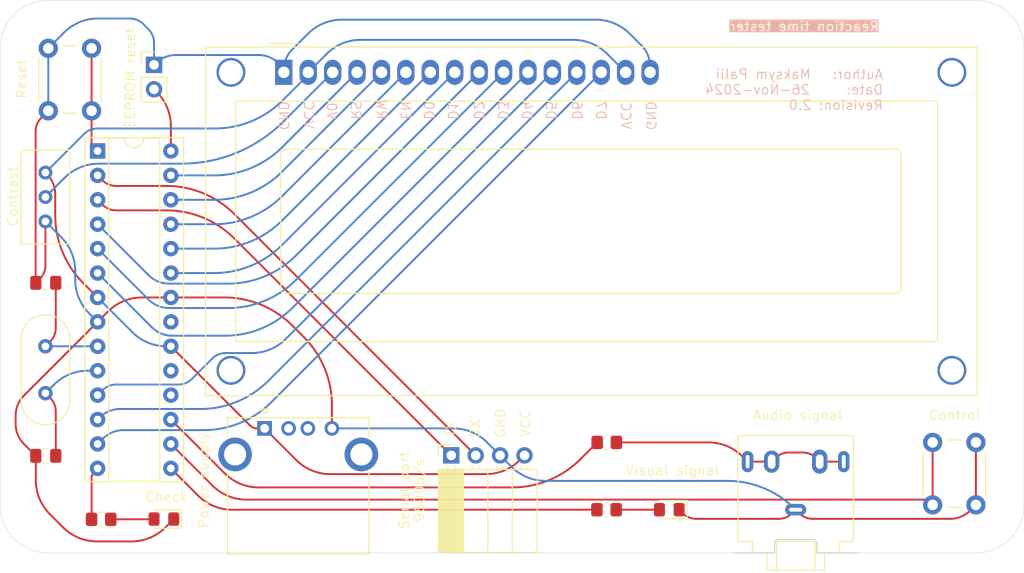
<source format=kicad_pcb>
(kicad_pcb (version 20240108) (generator "pcbnew") (generator_version "8.0")
  (title_block (title "Reaction time tester") (date "2024-11-26") (rev "2.0"))
  (layers (0 "F.Cu" signal) (31 "B.Cu" signal) (34 "B.Paste" user) (35 "F.Paste" user) (36 "B.SilkS" user "B.Silkscreen") (37 "F.SilkS" user "F.Silkscreen") (38 "B.Mask" user) (39 "F.Mask" user) (44 "Edge.Cuts" user))
  (net 0 "")
  (net 1 "XTAL1")
  (net 2 "GND")
  (net 3 "XTAL2")
  (net 4 "Net-(D1-A)")
  (net 5 "Net-(D2-A)")
  (net 6 "LCD_RW")
  (net 7 "V0")
  (net 8 "LCD_PD3")
  (net 9 "LCD_PD6")
  (net 10 "LCD_EN")
  (net 11 "LCD_RS")
  (net 12 "LCD_PD7")
  (net 13 "LCD_PD2")
  (net 14 "VCC")
  (net 15 "LCD_PD4")
  (net 16 "LCD_PD0")
  (net 17 "LCD_PD5")
  (net 18 "LCD_PD1")
  (net 23 "EEPROM_RESET")
  (net 24 "UART_TX")
  (net 25 "UART_RX")
  (net 26 "Net-(J4-PadR)")
  (net 27 "CHECK")
  (net 28 "LED")
  (net 29 "SOUND")
  (net 30 "BUTTON")
  (net 31 "RESET")
  (footprint "Capacitor_SMD:C_0805_2012Metric_Pad1.18x1.45mm_HandSolder" (layer "F.Cu") (at 54.4596 79.65 180)
    (property "Reference" "C2" (hide yes))
    (property "Value" "22pF" (hide yes))
    (fp_line (start -0.261252 0.735) (end 0.261252 0.735) (stroke (width 0.12)) (layer "F.SilkS"))
    (fp_line (start -0.261252 -0.735) (end 0.261252 -0.735) (stroke (width 0.12)) (layer "F.SilkS"))
    (pad "1" smd roundrect (at -1.0375 0 180) (size 1.175 1.45) (layers "F.Cu" "F.Paste" "F.Mask") (roundrect_rratio 0.212766) (net 3 "XTAL2"))
    (pad "2" smd roundrect (at 1.0375 0 180) (size 1.175 1.45) (layers "F.Cu" "F.Paste" "F.Mask") (roundrect_rratio 0.212766) (net 2 "GND"))
  )
  (footprint "Connector_USB:USB_A_CONNFLY_DS1095-WNR0" (layer "F.Cu") (at 77.2221 76.79)
    (property "Reference" "J1" (hide yes))
    (property "Value" "USB_A" (hide yes))
    (fp_line (start -3.86 -1.12) (end -3.86 0.86) (stroke (width 0.12)) (layer "F.SilkS"))
    (fp_line (start -3.86 -1.12) (end 10.86 -1.12) (stroke (width 0.12)) (layer "F.SilkS"))
    (fp_line (start -3.86 4.56) (end -3.86 13.1) (stroke (width 0.12)) (layer "F.SilkS"))
    (fp_line (start -3.86 13.1) (end 10.86 13.1) (stroke (width 0.12)) (layer "F.SilkS"))
    (fp_line (start -0.5 -2) (end 0 -1.5) (stroke (width 0.12)) (layer "F.SilkS"))
    (fp_line (start 0 -1.5) (end 0.5 -2) (stroke (width 0.12)) (layer "F.SilkS"))
    (fp_line (start 0.5 -2) (end -0.5 -2) (stroke (width 0.12)) (layer "F.SilkS"))
    (fp_line (start 10.86 0.86) (end 10.86 -1.12) (stroke (width 0.12)) (layer "F.SilkS"))
    (fp_line (start 10.86 4.56) (end 10.86 13.1) (stroke (width 0.12)) (layer "F.SilkS"))
    (pad "1" thru_hole rect (at 0 0) (size 1.524 1.524) (drill 0.92) (layers "*.Cu" "*.Mask") (net 14 "VCC"))
    (pad "2" thru_hole circle (at 2.5 0) (size 1.524 1.524) (drill 0.92) (layers "*.Cu" "*.Mask"))
    (pad "3" thru_hole circle (at 4.5 0) (size 1.524 1.524) (drill 0.92) (layers "*.Cu" "*.Mask"))
    (pad "4" thru_hole circle (at 7 0) (size 1.524 1.524) (drill 0.92) (layers "*.Cu" "*.Mask") (net 2 "GND"))
    (pad "5" thru_hole circle (at -3.07 2.71) (size 3.5 3.5) (drill 2.3) (layers "*.Cu" "*.Mask"))
    (pad "5" thru_hole circle (at 10.07 2.71) (size 3.5 3.5) (drill 2.3) (layers "*.Cu" "*.Mask"))
  )
  (footprint "Button_Switch_THT:SW_PUSH_6mm_H5mm" (layer "F.Cu") (at 54.7221 43.75 90)
    (property "Reference" "SW2" (hide yes))
    (property "Value" "SW_Push" (hide yes))
    (fp_line (start 5.5 -1) (end 1 -1) (stroke (width 0.12)) (layer "F.SilkS"))
    (fp_line (start -0.25 1.5) (end -0.25 3) (stroke (width 0.12)) (layer "F.SilkS"))
    (fp_line (start 6.75 3) (end 6.75 1.5) (stroke (width 0.12)) (layer "F.SilkS"))
    (fp_line (start 1 5.5) (end 5.5 5.5) (stroke (width 0.12)) (layer "F.SilkS"))
    (pad "1" thru_hole circle (at 0 0 180) (size 2 2) (drill 1.1) (layers "*.Cu" "*.Mask") (net 2 "GND"))
    (pad "1" thru_hole circle (at 6.5 0 180) (size 2 2) (drill 1.1) (layers "*.Cu" "*.Mask") (net 2 "GND"))
    (pad "2" thru_hole circle (at 0 4.5 180) (size 2 2) (drill 1.1) (layers "*.Cu" "*.Mask") (net 31 "RESET"))
    (pad "2" thru_hole circle (at 6.5 4.5 180) (size 2 2) (drill 1.1) (layers "*.Cu" "*.Mask") (net 31 "RESET"))
  )
  (footprint "LED_SMD:LED_0805_2012Metric_Pad1.15x1.40mm_HandSolder" (layer "F.Cu") (at 119.3221 85.25 180)
    (property "Reference" "D2" (hide yes))
    (property "Value" "LED" (hide yes))
    (fp_line (start 1 -0.96) (end -1.86 -0.96) (stroke (width 0.12)) (layer "F.SilkS"))
    (fp_line (start -1.86 0.96) (end 1 0.96) (stroke (width 0.12)) (layer "F.SilkS"))
    (fp_line (start -1.86 -0.96) (end -1.86 0.96) (stroke (width 0.12)) (layer "F.SilkS"))
    (pad "1" smd roundrect (at -1.025 0 180) (size 1.15 1.4) (layers "F.Cu" "F.Paste" "F.Mask") (roundrect_rratio 0.217391) (net 2 "GND"))
    (pad "2" smd roundrect (at 1.025 0 180) (size 1.15 1.4) (layers "F.Cu" "F.Paste" "F.Mask") (roundrect_rratio 0.217391) (net 5 "Net-(D2-A)"))
  )
  (footprint "Connector_PinHeader_2.54mm:PinHeader_1x02_P2.54mm_Vertical" (layer "F.Cu") (at 65.7221 38.975)
    (property "Reference" "J2" (hide yes))
    (property "Value" "Conn_01x02_Pin" (hide yes))
    (fp_line (start -1.33 -1.33) (end 0 -1.33) (stroke (width 0.12)) (layer "F.SilkS"))
    (fp_line (start -1.33 0) (end -1.33 -1.33) (stroke (width 0.12)) (layer "F.SilkS"))
    (fp_line (start -1.33 1.27) (end -1.33 3.87) (stroke (width 0.12)) (layer "F.SilkS"))
    (fp_line (start -1.33 1.27) (end 1.33 1.27) (stroke (width 0.12)) (layer "F.SilkS"))
    (fp_line (start -1.33 3.87) (end 1.33 3.87) (stroke (width 0.12)) (layer "F.SilkS"))
    (fp_line (start 1.33 1.27) (end 1.33 3.87) (stroke (width 0.12)) (layer "F.SilkS"))
    (pad "1" thru_hole rect (at 0 0) (size 1.7 1.7) (drill 1) (layers "*.Cu" "*.Mask") (net 2 "GND"))
    (pad "2" thru_hole oval (at 0 2.54) (size 1.7 1.7) (drill 1) (layers "*.Cu" "*.Mask") (net 23 "EEPROM_RESET"))
  )
  (footprint "Resistor_SMD:R_0805_2012Metric_Pad1.20x1.40mm_HandSolder" (layer "F.Cu") (at 60.2221 86.25 180)
    (property "Reference" "R1" (hide yes))
    (property "Value" "300R" (hide yes))
    (fp_line (start -0.227064 0.735) (end 0.227064 0.735) (stroke (width 0.12)) (layer "F.SilkS"))
    (fp_line (start -0.227064 -0.735) (end 0.227064 -0.735) (stroke (width 0.12)) (layer "F.SilkS"))
    (pad "1" smd roundrect (at -1 0 180) (size 1.2 1.4) (layers "F.Cu" "F.Paste" "F.Mask") (roundrect_rratio 0.208333) (net 4 "Net-(D1-A)"))
    (pad "2" smd roundrect (at 1 0 180) (size 1.2 1.4) (layers "F.Cu" "F.Paste" "F.Mask") (roundrect_rratio 0.208333) (net 27 "CHECK"))
  )
  (footprint "Capacitor_SMD:C_0805_2012Metric_Pad1.18x1.45mm_HandSolder" (layer "F.Cu") (at 54.4596 61.65 180)
    (property "Reference" "C1" (hide yes))
    (property "Value" "22pF" (hide yes))
    (fp_line (start -0.261252 0.735) (end 0.261252 0.735) (stroke (width 0.12)) (layer "F.SilkS"))
    (fp_line (start -0.261252 -0.735) (end 0.261252 -0.735) (stroke (width 0.12)) (layer "F.SilkS"))
    (pad "1" smd roundrect (at -1.0375 0 180) (size 1.175 1.45) (layers "F.Cu" "F.Paste" "F.Mask") (roundrect_rratio 0.212766) (net 1 "XTAL1"))
    (pad "2" smd roundrect (at 1.0375 0 180) (size 1.175 1.45) (layers "F.Cu" "F.Paste" "F.Mask") (roundrect_rratio 0.212766) (net 2 "GND"))
  )
  (footprint "Connector_Audio:Jack_3.5mm_CUI_SJ1-3525N_Horizontal" (layer "F.Cu") (at 132.4721 85.25)
    (property "Reference" "J4" (hide yes))
    (property "Value" "AudioJack3_SwitchTR" (hide yes))
    (fp_line (start -6 -7.7) (end 6 -7.7) (stroke (width 0.12)) (layer "F.SilkS"))
    (fp_line (start -6 3.3) (end -6 -7.7) (stroke (width 0.12)) (layer "F.SilkS"))
    (fp_line (start -4.5 3.3) (end -6 3.3) (stroke (width 0.12)) (layer "F.SilkS"))
    (fp_line (start -4.5 4.5) (end -4.5 3.3) (stroke (width 0.12)) (layer "F.SilkS"))
    (fp_line (start -3 4.5) (end -4.5 4.5) (stroke (width 0.12)) (layer "F.SilkS"))
    (fp_line (start -3 6.3) (end -3 4.5) (stroke (width 0.12)) (layer "F.SilkS"))
    (fp_line (start -2 3.3) (end -2 6.3) (stroke (width 0.12)) (layer "F.SilkS"))
    (fp_line (start 2 3.3) (end -2 3.3) (stroke (width 0.12)) (layer "F.SilkS"))
    (fp_line (start 2 6.3) (end 2 3.3) (stroke (width 0.12)) (layer "F.SilkS"))
    (fp_line (start 3 4.5) (end 3 6.3) (stroke (width 0.12)) (layer "F.SilkS"))
    (fp_line (start 3 6.3) (end -3 6.3) (stroke (width 0.12)) (layer "F.SilkS"))
    (fp_line (start 4.5 3.3) (end 4.5 4.5) (stroke (width 0.12)) (layer "F.SilkS"))
    (fp_line (start 4.5 4.5) (end 3 4.5) (stroke (width 0.12)) (layer "F.SilkS"))
    (fp_line (start 6 -7.7) (end 6 3.3) (stroke (width 0.12)) (layer "F.SilkS"))
    (fp_line (start 6 3.3) (end 4.5 3.3) (stroke (width 0.12)) (layer "F.SilkS"))
    (fp_line (start -2.2 3.5) (end -2.2 4.5) (stroke (width 0.12)) (layer "Edge.Cuts"))
    (fp_line (start -2.2 4.5) (end -6.5 4.5) (stroke (width 0.12)) (layer "Edge.Cuts"))
    (fp_line (start 1.8 3.1) (end -1.8 3.1) (stroke (width 0.12)) (layer "Edge.Cuts"))
    (fp_line (start 2.2 3.5) (end 2.2 4.5) (stroke (width 0.12)) (layer "Edge.Cuts"))
    (fp_line (start 2.2 4.5) (end 6.5 4.5) (stroke (width 0.12)) (layer "Edge.Cuts"))
    (fp_arc (start -2.2 3.5) (mid -2.082842 3.217158) (end -1.8 3.1) (stroke (width 0.12)) (layer "Edge.Cuts"))
    (fp_arc (start 1.8 3.1) (mid 2.082843 3.217157) (end 2.2 3.5) (stroke (width 0.12)) (layer "Edge.Cuts"))
    (pad "" np_thru_hole circle (at -5 0) (size 1.2 1.2) (drill 1.2) (layers "F&B.Cu" "*.Mask"))
    (pad "" np_thru_hole circle (at -5 2.5) (size 1.2 1.2) (drill 1.2) (layers "F&B.Cu" "*.Mask"))
    (pad "" np_thru_hole circle (at 0 -5) (size 1.2 1.2) (drill 1.2) (layers "F&B.Cu" "*.Mask"))
    (pad "" np_thru_hole circle (at 5 0) (size 1.2 1.2) (drill 1.2) (layers "F&B.Cu" "*.Mask"))
    (pad "" np_thru_hole circle (at 5 2.5) (size 1.2 1.2) (drill 1.2) (layers "F&B.Cu" "*.Mask"))
    (pad "R" thru_hole oval (at -5 -5) (size 1.2 2.2) (drill oval 0.4 1.4) (layers "*.Cu" "*.Mask") (net 26 "Net-(J4-PadR)"))
    (pad "RN" thru_hole oval (at -2.5 -5) (size 1.6 2.3) (drill oval 0.8 1.5) (layers "*.Cu" "*.Mask") (net 26 "Net-(J4-PadR)"))
    (pad "S" thru_hole oval (at 0 0) (size 2.2 1.2) (drill oval 1.4 0.4) (layers "*.Cu" "*.Mask") (net 2 "GND"))
    (pad "T" thru_hole oval (at 5 -5 180) (size 1.2 2.2) (drill oval 0.4 1.4) (layers "*.Cu" "*.Mask") (net 26 "Net-(J4-PadR)"))
    (pad "TN" thru_hole oval (at 2.5 -5 180) (size 1.6 2.5) (drill oval 0.8 1.5) (layers "*.Cu" "*.Mask") (net 26 "Net-(J4-PadR)"))
  )
  (footprint "Connector_PinSocket_2.54mm:PinSocket_1x04_P2.54mm_Horizontal" (layer "F.Cu") (at 96.6421 79.6 90)
    (property "Reference" "J3" (hide yes))
    (property "Value" "Conn_01x04_Socket" (hide yes))
    (fp_line (start 1.11 -1.33) (end 1.11 0) (stroke (width 0.12)) (layer "F.SilkS"))
    (fp_line (start 0 -1.33) (end 1.11 -1.33) (stroke (width 0.12)) (layer "F.SilkS"))
    (fp_line (start -1.46 -1.33) (end -1.46 8.95) (stroke (width 0.12)) (layer "F.SilkS"))
    (fp_line (start -10.09 -1.33) (end -1.46 -1.33) (stroke (width 0.12)) (layer "F.SilkS"))
    (fp_line (start -10.09 -1.33) (end -10.09 8.95) (stroke (width 0.12)) (layer "F.SilkS"))
    (fp_line (start -10.09 -1.21) (end -1.46 -1.21) (stroke (width 0.12)) (layer "F.SilkS"))
    (fp_line (start -10.09 -1.091905) (end -1.46 -1.091905) (stroke (width 0.12)) (layer "F.SilkS"))
    (fp_line (start -10.09 -0.97381) (end -1.46 -0.97381) (stroke (width 0.12)) (layer "F.SilkS"))
    (fp_line (start -10.09 -0.855715) (end -1.46 -0.855715) (stroke (width 0.12)) (layer "F.SilkS"))
    (fp_line (start -10.09 -0.73762) (end -1.46 -0.73762) (stroke (width 0.12)) (layer "F.SilkS"))
    (fp_line (start -10.09 -0.619525) (end -1.46 -0.619525) (stroke (width 0.12)) (layer "F.SilkS"))
    (fp_line (start -10.09 -0.50143) (end -1.46 -0.50143) (stroke (width 0.12)) (layer "F.SilkS"))
    (fp_line (start -10.09 -0.383335) (end -1.46 -0.383335) (stroke (width 0.12)) (layer "F.SilkS"))
    (fp_line (start -1.46 -0.36) (end -1.11 -0.36) (stroke (width 0.12)) (layer "F.SilkS"))
    (fp_line (start -10.09 -0.26524) (end -1.46 -0.26524) (stroke (width 0.12)) (layer "F.SilkS"))
    (fp_line (start -10.09 -0.147145) (end -1.46 -0.147145) (stroke (width 0.12)) (layer "F.SilkS"))
    (fp_line (start -10.09 -0.02905) (end -1.46 -0.02905) (stroke (width 0.12)) (layer "F.SilkS"))
    (fp_line (start -10.09 0.089045) (end -1.46 0.089045) (stroke (width 0.12)) (layer "F.SilkS"))
    (fp_line (start -10.09 0.20714) (end -1.46 0.20714) (stroke (width 0.12)) (layer "F.SilkS"))
    (fp_line (start -10.09 0.325235) (end -1.46 0.325235) (stroke (width 0.12)) (layer "F.SilkS"))
    (fp_line (start -1.46 0.36) (end -1.11 0.36) (stroke (width 0.12)) (layer "F.SilkS"))
    (fp_line (start -10.09 0.44333) (end -1.46 0.44333) (stroke (width 0.12)) (layer "F.SilkS"))
    (fp_line (start -10.09 0.561425) (end -1.46 0.561425) (stroke (width 0.12)) (layer "F.SilkS"))
    (fp_line (start -10.09 0.67952) (end -1.46 0.67952) (stroke (width 0.12)) (layer "F.SilkS"))
    (fp_line (start -10.09 0.797615) (end -1.46 0.797615) (stroke (width 0.12)) (layer "F.SilkS"))
    (fp_line (start -10.09 0.91571) (end -1.46 0.91571) (stroke (width 0.12)) (layer "F.SilkS"))
    (fp_line (start -10.09 1.033805) (end -1.46 1.033805) (stroke (width 0.12)) (layer "F.SilkS"))
    (fp_line (start -10.09 1.1519) (end -1.46 1.1519) (stroke (width 0.12)) (layer "F.SilkS"))
    (fp_line (start -10.09 1.27) (end -1.46 1.27) (stroke (width 0.12)) (layer "F.SilkS"))
    (fp_line (start -1.46 2.18) (end -1.05 2.18) (stroke (width 0.12)) (layer "F.SilkS"))
    (fp_line (start -1.46 2.9) (end -1.05 2.9) (stroke (width 0.12)) (layer "F.SilkS"))
    (fp_line (start -10.09 3.81) (end -1.46 3.81) (stroke (width 0.12)) (layer "F.SilkS"))
    (fp_line (start -1.46 4.72) (end -1.05 4.72) (stroke (width 0.12)) (layer "F.SilkS"))
    (fp_line (start -1.46 5.44) (end -1.05 5.44) (stroke (width 0.12)) (layer "F.SilkS"))
    (fp_line (start -10.09 6.35) (end -1.46 6.35) (stroke (width 0.12)) (layer "F.SilkS"))
    (fp_line (start -1.46 7.26) (end -1.05 7.26) (stroke (width 0.12)) (layer "F.SilkS"))
    (fp_line (start -1.46 7.98) (end -1.05 7.98) (stroke (width 0.12)) (layer "F.SilkS"))
    (fp_line (start -10.09 8.95) (end -1.46 8.95) (stroke (width 0.12)) (layer "F.SilkS"))
    (pad "1" thru_hole rect (at 0 0 90) (size 1.7 1.7) (drill 1) (layers "*.Cu" "*.Mask") (net 24 "UART_TX"))
    (pad "2" thru_hole oval (at 0 2.54 90) (size 1.7 1.7) (drill 1) (layers "*.Cu" "*.Mask") (net 25 "UART_RX"))
    (pad "3" thru_hole oval (at 0 5.08 90) (size 1.7 1.7) (drill 1) (layers "*.Cu" "*.Mask") (net 2 "GND"))
    (pad "4" thru_hole oval (at 0 7.62 90) (size 1.7 1.7) (drill 1) (layers "*.Cu" "*.Mask") (net 14 "VCC"))
  )
  (footprint "LED_SMD:LED_0805_2012Metric_Pad1.15x1.40mm_HandSolder" (layer "F.Cu") (at 66.7471 86.225 180)
    (property "Reference" "D1" (hide yes))
    (property "Value" "LED" (hide yes))
    (fp_line (start 1 -0.96) (end -1.86 -0.96) (stroke (width 0.12)) (layer "F.SilkS"))
    (fp_line (start -1.86 0.96) (end 1 0.96) (stroke (width 0.12)) (layer "F.SilkS"))
    (fp_line (start -1.86 -0.96) (end -1.86 0.96) (stroke (width 0.12)) (layer "F.SilkS"))
    (pad "1" smd roundrect (at -1.025 0 180) (size 1.15 1.4) (layers "F.Cu" "F.Paste" "F.Mask") (roundrect_rratio 0.217391) (net 2 "GND"))
    (pad "2" smd roundrect (at 1.025 0 180) (size 1.15 1.4) (layers "F.Cu" "F.Paste" "F.Mask") (roundrect_rratio 0.217391) (net 4 "Net-(D1-A)"))
  )
  (footprint "Button_Switch_THT:SW_PUSH_6mm_H5mm" (layer "F.Cu") (at 151.2221 78.25 -90)
    (property "Reference" "SW1" (hide yes))
    (property "Value" "SW_Push" (hide yes))
    (fp_line (start 1 5.5) (end 5.5 5.5) (stroke (width 0.12)) (layer "F.SilkS"))
    (fp_line (start 6.75 3) (end 6.75 1.5) (stroke (width 0.12)) (layer "F.SilkS"))
    (fp_line (start -0.25 1.5) (end -0.25 3) (stroke (width 0.12)) (layer "F.SilkS"))
    (fp_line (start 5.5 -1) (end 1 -1) (stroke (width 0.12)) (layer "F.SilkS"))
    (pad "1" thru_hole circle (at 0 0) (size 2 2) (drill 1.1) (layers "*.Cu" "*.Mask") (net 2 "GND"))
    (pad "1" thru_hole circle (at 6.5 0) (size 2 2) (drill 1.1) (layers "*.Cu" "*.Mask") (net 2 "GND"))
    (pad "2" thru_hole circle (at 0 4.5) (size 2 2) (drill 1.1) (layers "*.Cu" "*.Mask") (net 30 "BUTTON"))
    (pad "2" thru_hole circle (at 6.5 4.5) (size 2 2) (drill 1.1) (layers "*.Cu" "*.Mask") (net 30 "BUTTON"))
  )
  (footprint "Package_DIP:DIP-28_W7.62mm_Socket" (layer "F.Cu") (at 59.8521 47.93)
    (property "Reference" "U1" (hide yes))
    (property "Value" "ATmega328P-P" (hide yes))
    (fp_line (start -1.33 -1.39) (end -1.33 34.41) (stroke (width 0.12)) (layer "F.SilkS"))
    (fp_line (start -1.33 34.41) (end 8.95 34.41) (stroke (width 0.12)) (layer "F.SilkS"))
    (fp_line (start 1.16 -1.33) (end 1.16 34.35) (stroke (width 0.12)) (layer "F.SilkS"))
    (fp_line (start 1.16 34.35) (end 6.46 34.35) (stroke (width 0.12)) (layer "F.SilkS"))
    (fp_line (start 2.81 -1.33) (end 1.16 -1.33) (stroke (width 0.12)) (layer "F.SilkS"))
    (fp_line (start 6.46 -1.33) (end 4.81 -1.33) (stroke (width 0.12)) (layer "F.SilkS"))
    (fp_line (start 6.46 34.35) (end 6.46 -1.33) (stroke (width 0.12)) (layer "F.SilkS"))
    (fp_line (start 8.95 -1.39) (end -1.33 -1.39) (stroke (width 0.12)) (layer "F.SilkS"))
    (fp_line (start 8.95 34.41) (end 8.95 -1.39) (stroke (width 0.12)) (layer "F.SilkS"))
    (fp_arc (start 4.81 -1.33) (mid 3.81 -0.33) (end 2.81 -1.33) (stroke (width 0.12)) (layer "F.SilkS"))
    (pad "1" thru_hole rect (at 0 0) (size 1.6 1.6) (drill 0.8) (layers "*.Cu" "*.Mask") (net 31 "RESET"))
    (pad "2" thru_hole oval (at 0 2.54) (size 1.6 1.6) (drill 0.8) (layers "*.Cu" "*.Mask") (net 25 "UART_RX"))
    (pad "3" thru_hole oval (at 0 5.08) (size 1.6 1.6) (drill 0.8) (layers "*.Cu" "*.Mask") (net 24 "UART_TX"))
    (pad "4" thru_hole oval (at 0 7.62) (size 1.6 1.6) (drill 0.8) (layers "*.Cu" "*.Mask") (net 13 "LCD_PD2"))
    (pad "5" thru_hole oval (at 0 10.16) (size 1.6 1.6) (drill 0.8) (layers "*.Cu" "*.Mask") (net 8 "LCD_PD3"))
    (pad "6" thru_hole oval (at 0 12.7) (size 1.6 1.6) (drill 0.8) (layers "*.Cu" "*.Mask") (net 15 "LCD_PD4"))
    (pad "7" thru_hole oval (at 0 15.24) (size 1.6 1.6) (drill 0.8) (layers "*.Cu" "*.Mask") (net 14 "VCC"))
    (pad "8" thru_hole oval (at 0 17.78) (size 1.6 1.6) (drill 0.8) (layers "*.Cu" "*.Mask") (net 2 "GND"))
    (pad "9" thru_hole oval (at 0 20.32) (size 1.6 1.6) (drill 0.8) (layers "*.Cu" "*.Mask") (net 1 "XTAL1"))
    (pad "10" thru_hole oval (at 0 22.86) (size 1.6 1.6) (drill 0.8) (layers "*.Cu" "*.Mask") (net 3 "XTAL2"))
    (pad "11" thru_hole oval (at 0 25.4) (size 1.6 1.6) (drill 0.8) (layers "*.Cu" "*.Mask") (net 17 "LCD_PD5"))
    (pad "12" thru_hole oval (at 0 27.94) (size 1.6 1.6) (drill 0.8) (layers "*.Cu" "*.Mask") (net 9 "LCD_PD6"))
    (pad "13" thru_hole oval (at 0 30.48) (size 1.6 1.6) (drill 0.8) (layers "*.Cu" "*.Mask") (net 12 "LCD_PD7"))
    (pad "14" thru_hole oval (at 0 33.02) (size 1.6 1.6) (drill 0.8) (layers "*.Cu" "*.Mask") (net 27 "CHECK"))
    (pad "15" thru_hole oval (at 7.62 33.02) (size 1.6 1.6) (drill 0.8) (layers "*.Cu" "*.Mask") (net 28 "LED"))
    (pad "16" thru_hole oval (at 7.62 30.48) (size 1.6 1.6) (drill 0.8) (layers "*.Cu" "*.Mask") (net 30 "BUTTON"))
    (pad "17" thru_hole oval (at 7.62 27.94) (size 1.6 1.6) (drill 0.8) (layers "*.Cu" "*.Mask") (net 29 "SOUND"))
    (pad "18" thru_hole oval (at 7.62 25.4) (size 1.6 1.6) (drill 0.8) (layers "*.Cu" "*.Mask"))
    (pad "19" thru_hole oval (at 7.62 22.86) (size 1.6 1.6) (drill 0.8) (layers "*.Cu" "*.Mask"))
    (pad "20" thru_hole oval (at 7.62 20.32) (size 1.6 1.6) (drill 0.8) (layers "*.Cu" "*.Mask") (net 14 "VCC"))
    (pad "21" thru_hole oval (at 7.62 17.78) (size 1.6 1.6) (drill 0.8) (layers "*.Cu" "*.Mask"))
    (pad "22" thru_hole oval (at 7.62 15.24) (size 1.6 1.6) (drill 0.8) (layers "*.Cu" "*.Mask") (net 2 "GND"))
    (pad "23" thru_hole oval (at 7.62 12.7) (size 1.6 1.6) (drill 0.8) (layers "*.Cu" "*.Mask") (net 18 "LCD_PD1"))
    (pad "24" thru_hole oval (at 7.62 10.16) (size 1.6 1.6) (drill 0.8) (layers "*.Cu" "*.Mask") (net 16 "LCD_PD0"))
    (pad "25" thru_hole oval (at 7.62 7.62) (size 1.6 1.6) (drill 0.8) (layers "*.Cu" "*.Mask") (net 10 "LCD_EN"))
    (pad "26" thru_hole oval (at 7.62 5.08) (size 1.6 1.6) (drill 0.8) (layers "*.Cu" "*.Mask") (net 6 "LCD_RW"))
    (pad "27" thru_hole oval (at 7.62 2.54) (size 1.6 1.6) (drill 0.8) (layers "*.Cu" "*.Mask") (net 11 "LCD_RS"))
    (pad "28" thru_hole oval (at 7.62 0) (size 1.6 1.6) (drill 0.8) (layers "*.Cu" "*.Mask") (net 23 "EEPROM_RESET"))
  )
  (footprint "Display:WC1602A" (layer "F.Cu") (at 79.2221 39.75)
    (property "Reference" "DS1" (hide yes))
    (property "Value" "WC1602A" (hide yes))
    (fp_line (start -8.14 -2.64) (end -8.14 33.64) (stroke (width 0.12)) (layer "F.SilkS"))
    (fp_line (start -8.14 33.64) (end 72.14 33.64) (stroke (width 0.12)) (layer "F.SilkS"))
    (fp_line (start -8.13 -2.64) (end -7.34 -2.64) (stroke (width 0.12)) (layer "F.SilkS"))
    (fp_line (start -5 3) (end 68 3) (stroke (width 0.12)) (layer "F.SilkS"))
    (fp_line (start -5 28) (end -5 3) (stroke (width 0.12)) (layer "F.SilkS"))
    (fp_line (start -1.5 -3) (end 1.5 -3) (stroke (width 0.12)) (layer "F.SilkS"))
    (fp_line (start -0.29972 22.49932) (end -0.29972 8.5) (stroke (width 0.12)) (layer "F.SilkS"))
    (fp_line (start 0.2 8) (end 63.7 8) (stroke (width 0.12)) (layer "F.SilkS"))
    (fp_line (start 63.70066 23) (end 0.2 23) (stroke (width 0.12)) (layer "F.SilkS"))
    (fp_line (start 64.2 8.5) (end 64.2 22.5) (stroke (width 0.12)) (layer "F.SilkS"))
    (fp_line (start 68 3) (end 68 28) (stroke (width 0.12)) (layer "F.SilkS"))
    (fp_line (start 68 28) (end -5 28) (stroke (width 0.12)) (layer "F.SilkS"))
    (fp_line (start 72.14 -2.64) (end -7.34 -2.64) (stroke (width 0.12)) (layer "F.SilkS"))
    (fp_line (start 72.14 33.64) (end 72.14 -2.64) (stroke (width 0.12)) (layer "F.SilkS"))
    (fp_arc (start -0.29972 8.49884) (mid -0.153162 8.145018) (end 0.20066 7.99846) (stroke (width 0.12)) (layer "F.SilkS"))
    (fp_arc (start 0.20066 22.9997) (mid -0.153162 22.853142) (end -0.29972 22.49932) (stroke (width 0.12)) (layer "F.SilkS"))
    (fp_arc (start 63.7 8) (mid 64.053553 8.146447) (end 64.2 8.5) (stroke (width 0.12)) (layer "F.SilkS"))
    (fp_arc (start 64.20104 22.49932) (mid 64.054473 22.853115) (end 63.70066 22.9997) (stroke (width 0.12)) (layer "F.SilkS"))
    (pad "" thru_hole circle (at -5.4991 0) (size 3 3) (drill 2.5) (layers "*.Cu" "*.Mask"))
    (pad "" thru_hole circle (at -5.4991 31.0007) (size 3 3) (drill 2.5) (layers "*.Cu" "*.Mask"))
    (pad "" thru_hole circle (at 69.49948 31.0007) (size 3 3) (drill 2.5) (layers "*.Cu" "*.Mask"))
    (pad "" thru_hole circle (at 69.5 0) (size 3 3) (drill 2.5) (layers "*.Cu" "*.Mask"))
    (pad "1" thru_hole rect (at 0 0) (size 1.8 2.6) (drill 1.2) (layers "*.Cu" "*.Mask") (net 2 "GND"))
    (pad "2" thru_hole oval (at 2.54 0) (size 1.8 2.6) (drill 1.2) (layers "*.Cu" "*.Mask") (net 14 "VCC"))
    (pad "3" thru_hole oval (at 5.08 0) (size 1.8 2.6) (drill 1.2) (layers "*.Cu" "*.Mask") (net 7 "V0"))
    (pad "4" thru_hole oval (at 7.62 0) (size 1.8 2.6) (drill 1.2) (layers "*.Cu" "*.Mask") (net 11 "LCD_RS"))
    (pad "5" thru_hole oval (at 10.16 0) (size 1.8 2.6) (drill 1.2) (layers "*.Cu" "*.Mask") (net 6 "LCD_RW"))
    (pad "6" thru_hole oval (at 12.7 0) (size 1.8 2.6) (drill 1.2) (layers "*.Cu" "*.Mask") (net 10 "LCD_EN"))
    (pad "7" thru_hole oval (at 15.24 0) (size 1.8 2.6) (drill 1.2) (layers "*.Cu" "*.Mask") (net 16 "LCD_PD0"))
    (pad "8" thru_hole oval (at 17.78 0) (size 1.8 2.6) (drill 1.2) (layers "*.Cu" "*.Mask") (net 18 "LCD_PD1"))
    (pad "9" thru_hole oval (at 20.32 0) (size 1.8 2.6) (drill 1.2) (layers "*.Cu" "*.Mask") (net 13 "LCD_PD2"))
    (pad "10" thru_hole oval (at 22.86 0) (size 1.8 2.6) (drill 1.2) (layers "*.Cu" "*.Mask") (net 8 "LCD_PD3"))
    (pad "11" thru_hole oval (at 25.4 0) (size 1.8 2.6) (drill 1.2) (layers "*.Cu" "*.Mask") (net 15 "LCD_PD4"))
    (pad "12" thru_hole oval (at 27.94 0) (size 1.8 2.6) (drill 1.2) (layers "*.Cu" "*.Mask") (net 17 "LCD_PD5"))
    (pad "13" thru_hole oval (at 30.48 0) (size 1.8 2.6) (drill 1.2) (layers "*.Cu" "*.Mask") (net 9 "LCD_PD6"))
    (pad "14" thru_hole oval (at 33.02 0) (size 1.8 2.6) (drill 1.2) (layers "*.Cu" "*.Mask") (net 12 "LCD_PD7"))
    (pad "15" thru_hole oval (at 35.56 0) (size 1.8 2.6) (drill 1.2) (layers "*.Cu" "*.Mask") (net 14 "VCC"))
    (pad "16" thru_hole oval (at 38.1 0) (size 1.8 2.6) (drill 1.2) (layers "*.Cu" "*.Mask") (net 2 "GND"))
  )
  (footprint "Potentiometer_THT:Potentiometer_Bourns_3296W_Vertical" (layer "F.Cu") (at 54.4221 50.18 90)
    (property "Reference" "RV1" (hide yes))
    (property "Value" "R_Potentiometer" (hide yes))
    (fp_line (start 2.345 -2.53) (end 2.345 2.54) (stroke (width 0.12)) (layer "F.SilkS"))
    (fp_line (start -7.425 -2.53) (end 2.345 -2.53) (stroke (width 0.12)) (layer "F.SilkS"))
    (fp_line (start -7.425 -2.53) (end -7.425 2.54) (stroke (width 0.12)) (layer "F.SilkS"))
    (fp_line (start -7.425 2.54) (end 2.345 2.54) (stroke (width 0.12)) (layer "F.SilkS"))
    (pad "1" thru_hole circle (at 0 0 90) (size 1.44 1.44) (drill 0.8) (layers "*.Cu" "*.Mask") (net 14 "VCC"))
    (pad "2" thru_hole circle (at -2.54 0 90) (size 1.44 1.44) (drill 0.8) (layers "*.Cu" "*.Mask") (net 7 "V0"))
    (pad "3" thru_hole circle (at -5.08 0 90) (size 1.44 1.44) (drill 0.8) (layers "*.Cu" "*.Mask") (net 2 "GND"))
  )
  (footprint "Crystal:Crystal_HC49-4H_Vertical" (layer "F.Cu") (at 54.4221 68.25 -90)
    (property "Reference" "Y1" (hide yes))
    (property "Value" "16MHz" (hide yes))
    (fp_line (start -0.76 2.525) (end 5.64 2.525) (stroke (width 0.12)) (layer "F.SilkS"))
    (fp_line (start -0.76 -2.525) (end 5.64 -2.525) (stroke (width 0.12)) (layer "F.SilkS"))
    (fp_arc (start -0.76 2.525) (mid -3.285 0) (end -0.76 -2.525) (stroke (width 0.12)) (layer "F.SilkS"))
    (fp_arc (start 5.64 -2.525) (mid 8.165 0) (end 5.64 2.525) (stroke (width 0.12)) (layer "F.SilkS"))
    (pad "1" thru_hole circle (at 0 0 270) (size 1.5 1.5) (drill 0.8) (layers "*.Cu" "*.Mask") (net 1 "XTAL1"))
    (pad "2" thru_hole circle (at 4.88 0 270) (size 1.5 1.5) (drill 0.8) (layers "*.Cu" "*.Mask") (net 3 "XTAL2"))
  )
  (footprint "Resistor_SMD:R_0805_2012Metric_Pad1.20x1.40mm_HandSolder" (layer "F.Cu") (at 112.8221 78.25)
    (property "Reference" "R3" (hide yes))
    (property "Value" "300R" (hide yes))
    (fp_line (start -0.227064 -0.735) (end 0.227064 -0.735) (stroke (width 0.12)) (layer "F.SilkS"))
    (fp_line (start -0.227064 0.735) (end 0.227064 0.735) (stroke (width 0.12)) (layer "F.SilkS"))
    (pad "1" smd roundrect (at -1 0) (size 1.2 1.4) (layers "F.Cu" "F.Paste" "F.Mask") (roundrect_rratio 0.208333) (net 29 "SOUND"))
    (pad "2" smd roundrect (at 1 0) (size 1.2 1.4) (layers "F.Cu" "F.Paste" "F.Mask") (roundrect_rratio 0.208333) (net 26 "Net-(J4-PadR)"))
  )
  (footprint "Resistor_SMD:R_0805_2012Metric_Pad1.20x1.40mm_HandSolder" (layer "F.Cu") (at 112.7971 85.25 180)
    (property "Reference" "R2" (hide yes))
    (property "Value" "300R" (hide yes))
    (fp_line (start -0.227064 0.735) (end 0.227064 0.735) (stroke (width 0.12)) (layer "F.SilkS"))
    (fp_line (start -0.227064 -0.735) (end 0.227064 -0.735) (stroke (width 0.12)) (layer "F.SilkS"))
    (pad "1" smd roundrect (at -1 0 180) (size 1.2 1.4) (layers "F.Cu" "F.Paste" "F.Mask") (roundrect_rratio 0.208333) (net 5 "Net-(D2-A)"))
    (pad "2" smd roundrect (at 1 0 180) (size 1.2 1.4) (layers "F.Cu" "F.Paste" "F.Mask") (roundrect_rratio 0.208333) (net 28 "LED"))
  )
  (gr_line (start 125.9721 89.75) (end 54.7221 89.75) (stroke (width 0.05)) (layer "Edge.Cuts"))
  (gr_line (start 156.2221 37.25) (end 156.2221 84.75) (stroke (width 0.05)) (layer "Edge.Cuts"))
  (gr_arc (start 156.2221 84.75) (mid 154.757634 88.285534) (end 151.2221 89.75) (stroke (width 0.05)) (layer "Edge.Cuts"))
  (gr_arc (start 49.7221 37.25) (mid 51.186566 33.714466) (end 54.7221 32.25) (stroke (width 0.05)) (layer "Edge.Cuts"))
  (gr_arc (start 151.2221 32.25) (mid 154.757634 33.714466) (end 156.2221 37.25) (stroke (width 0.05)) (layer "Edge.Cuts"))
  (gr_line (start 49.7221 84.75) (end 49.7221 37.25) (stroke (width 0.05)) (layer "Edge.Cuts"))
  (gr_line (start 54.7221 32.25) (end 151.2221 32.25) (stroke (width 0.05)) (layer "Edge.Cuts"))
  (gr_arc (start 54.7221 89.75) (mid 51.186566 88.285534) (end 49.7221 84.75) (stroke (width 0.05)) (layer "Edge.Cuts"))
  (gr_line (start 138.9721 89.75) (end 151.2221 89.75) (stroke (width 0.05)) (layer "Edge.Cuts"))
  (gr_text "GND" (at 78.6221 45.85 -90) (layer "B.SilkS") (effects (font (size 1 1) (thickness 0.1)) (justify left bottom mirror)))
  (gr_text "Reaction time tester" (at 141.2221 35.55 0) (layer "B.SilkS" knockout) (effects (font (size 1 1) (thickness 0.1)) (justify left bottom mirror)))
  (gr_text "V0" (at 83.6221 44.75 270) (layer "B.SilkS") (effects (font (size 1 1) (thickness 0.1)) (justify left bottom mirror)))
  (gr_text "D7" (at 111.6221 44.75 270) (layer "B.SilkS") (effects (font (size 1 1) (thickness 0.1)) (justify left bottom mirror)))
  (gr_text "VCC" (at 114.2221 45.75 270) (layer "B.SilkS") (effects (font (size 1 1) (thickness 0.1)) (justify left bottom mirror)))
  (gr_text "D5" (at 106.4221 44.75 270) (layer "B.SilkS") (effects (font (size 1 1) (thickness 0.1)) (justify left bottom mirror)))
  (gr_text "RS" (at 86.1221 44.75 270) (layer "B.SilkS") (effects (font (size 1 1) (thickness 0.1)) (justify left bottom mirror)))
  (gr_text "GND" (at 116.8221 45.85 -90) (layer "B.SilkS") (effects (font (size 1 1) (thickness 0.1)) (justify left bottom mirror)))
  (gr_text "D0" (at 93.7221 44.75 270) (layer "B.SilkS") (effects (font (size 1 1) (thickness 0.1)) (justify left bottom mirror)))
  (gr_text "RW" (at 88.8221 44.75 270) (layer "B.SilkS") (effects (font (size 1 1) (thickness 0.1)) (justify left bottom mirror)))
  (gr_text "D6" (at 109.1221 44.75 270) (layer "B.SilkS") (effects (font (size 1 1) (thickness 0.1)) (justify left bottom mirror)))
  (gr_text "VCC" (at 81.2221 45.65 270) (layer "B.SilkS") (effects (font (size 1 1) (thickness 0.1)) (justify left bottom mirror)))
  (gr_text "D3" (at 101.4221 44.75 270) (layer "B.SilkS") (effects (font (size 1 1) (thickness 0.1)) (justify left bottom mirror)))
  (gr_text "Author:   Maksym Palii\nDate:     26-Nov-2024\nRevision: 2.0" (at 141.6221 43.75 0) (layer "B.SilkS") (effects (font (size 1 1) (thickness 0.1)) (justify left bottom mirror)))
  (gr_text "D1" (at 96.2221 44.75 270) (layer "B.SilkS") (effects (font (size 1 1) (thickness 0.1)) (justify left bottom mirror)))
  (gr_text "D2" (at 98.9221 44.75 270) (layer "B.SilkS") (effects (font (size 1 1) (thickness 0.1)) (justify left bottom mirror)))
  (gr_text "EN" (at 91.3221 44.75 270) (layer "B.SilkS") (effects (font (size 1 1) (thickness 0.1)) (justify left bottom mirror)))
  (gr_text "D4" (at 103.9221 44.75 270) (layer "B.SilkS") (effects (font (size 1 1) (thickness 0.1)) (justify left bottom mirror)))
  (gr_text "RX" (at 99.7221 77.85 90) (layer "F.SilkS") (effects (font (size 1 1) (thickness 0.1)) (justify left bottom)))
  (gr_text "Check" (at 64.7221 84.5 0) (layer "F.SilkS") (effects (font (size 1 1) (thickness 0.1)) (justify left bottom)))
  (gr_text "Power supply" (at 71.4721 87.25 90) (layer "F.SilkS") (effects (font (size 1 1) (thickness 0.1)) (justify left bottom)))
  (gr_text "Serial port\n 9600b/s" (at 93.9221 87.35 90) (layer "F.SilkS") (effects (font (size 1 1) (thickness 0.1)) (justify left bottom)))
  (gr_text "Visual signal" (at 114.7221 81.75 0) (layer "F.SilkS") (effects (font (size 1 1) (thickness 0.1)) (justify left bottom)))
  (gr_text "Contrast" (at 51.6221 55.85 90) (layer "F.SilkS") (effects (font (size 1 1) (thickness 0.1)) (justify left bottom)))
  (gr_text "GND" (at 102.3221 77.85 90) (layer "F.SilkS") (effects (font (size 1 1) (thickness 0.1)) (justify left bottom)))
  (gr_text "EEPROM reset" (at 63.8221 45.65 90) (layer "F.SilkS") (effects (font (size 1 1) (thickness 0.1)) (justify left bottom)))
  (gr_text "VCC" (at 104.9221 77.75 90) (layer "F.SilkS") (effects (font (size 1 1) (thickness 0.1)) (justify left bottom)))
  (gr_text "Reset" (at 52.5221 42.55 90) (layer "F.SilkS") (effects (font (size 1 1) (thickness 0.1)) (justify left bottom)))
  (gr_text "Control" (at 146.2221 76 0) (layer "F.SilkS") (effects (font (size 1 1) (thickness 0.1)) (justify left bottom)))
  (gr_text "Audio signal" (at 127.9721 76 0) (layer "F.SilkS") (effects (font (size 1 1) (thickness 0.1)) (justify left bottom)))
  (gr_text "TX" (at 97.2221 77.75 90) (layer "F.SilkS") (effects (font (size 1 1) (thickness 0.1)) (justify left bottom)))
  (segment (start 55.4971 61.65) (end 55.4971 66.346573) (width 0.2) (layer "F.Cu") (net 1))
  (segment (start 54.911313 67.760787) (end 54.4221 68.25) (width 0.2) (layer "F.Cu") (net 1))
  (arc (start 55.4971 66.346573) (mid 55.344859 67.11194) (end 54.911313 67.760787) (width 0.2) (layer "F.Cu") (net 1))
  (segment (start 54.4221 68.25) (end 59.8521 68.25) (width 0.2) (layer "B.Cu") (net 1))
  (segment (start 67.7721 86.225) (end 66.911566 87.085534) (width 0.2) (layer "F.Cu") (net 2))
  (segment (start 80.111032 66.098932) (end 81.293168 67.281068) (width 0.2) (layer "F.Cu") (net 2))
  (segment (start 151.2221 84.75) (end 150.650779 85.321321) (width 0.2) (layer "F.Cu") (net 2))
  (segment (start 52.20078 73.36132) (end 59.8521 65.71) (width 0.2) (layer "F.Cu") (net 2))
  (segment (start 53.836313 61.235787) (end 53.4221 61.65) (width 0.2) (layer "F.Cu") (net 2))
  (segment (start 132.836313 85.614213) (end 132.4721 85.25) (width 0.2) (layer "F.Cu") (net 2))
  (segment (start 53.4021 45.898427) (end 53.4021 61.63) (width 0.2) (layer "F.Cu") (net 2))
  (segment (start 120.711313 85.614213) (end 120.3471 85.25) (width 0.2) (layer "F.Cu") (net 2))
  (segment (start 148.529459 86.2) (end 134.250527 86.2) (width 0.2) (layer "F.Cu") (net 2))
  (segment (start 53.4221 82.178932) (end 53.4221 79.65) (width 0.2) (layer "F.Cu") (net 2))
  (segment (start 67.4721 63.17) (end 64.463168 63.17) (width 0.2) (layer "F.Cu") (net 2))
  (segment (start 54.7221 43.75) (end 53.987886 44.484214) (width 0.2) (layer "F.Cu") (net 2))
  (segment (start 56.257634 87.085534) (end 54.886566 85.714466) (width 0.2) (layer "F.Cu") (net 2))
  (segment (start 60.927634 64.634466) (end 59.8521 65.71) (width 0.2) (layer "F.Cu") (net 2))
  (segment (start 67.4721 63.17) (end 73.039964 63.17) (width 0.2) (layer "F.Cu") (net 2))
  (segment (start 132.4721 85.25) (end 132.107886 85.614214) (width 0.2) (layer "F.Cu") (net 2))
  (segment (start 84.2221 74.352136) (end 84.2221 76.79) (width 0.2) (layer "F.Cu") (net 2))
  (segment (start 53.4021 61.63) (end 53.4221 61.65) (width 0.2) (layer "F.Cu") (net 2))
  (segment (start 54.4221 55.26) (end 54.4221 59.821573) (width 0.2) (layer "F.Cu") (net 2))
  (segment (start 63.376032 88.55) (end 59.793168 88.55) (width 0.2) (layer "F.Cu") (net 2))
  (segment (start 51.3221 76.307359) (end 51.3221 75.482641) (width 0.2) (layer "F.Cu") (net 2))
  (segment (start 130.693673 86.2) (end 122.125527 86.2) (width 0.2) (layer "F.Cu") (net 2))
  (segment (start 53.4221 79.65) (end 52.200779 78.428679) (width 0.2) (layer "F.Cu") (net 2))
  (segment (start 151.2221 78.25) (end 151.2221 84.75) (width 0.2) (layer "F.Cu") (net 2))
  (arc (start 120.711313 85.614213) (mid 121.36016 86.047759) (end 122.125527 86.2) (width 0.2) (layer "F.Cu") (net 2))
  (arc (start 150.650779 85.321321) (mid 149.677509 85.971639) (end 148.529459 86.2) (width 0.2) (layer "F.Cu") (net 2))
  (arc (start 54.4221 59.821573) (mid 54.269859 60.58694) (end 53.836313 61.235787) (width 0.2) (layer "F.Cu") (net 2))
  (arc (start 53.4021 45.898427) (mid 53.554341 45.13306) (end 53.987886 44.484214) (width 0.2) (layer "F.Cu") (net 2))
  (arc (start 64.463168 63.17) (mid 62.549751 63.550602) (end 60.927634 64.634466) (width 0.2) (layer "F.Cu") (net 2))
  (arc (start 53.4221 82.178932) (mid 53.802702 84.092349) (end 54.886566 85.714466) (width 0.2) (layer "F.Cu") (net 2))
  (arc (start 132.107886 85.614214) (mid 131.45904 86.047759) (end 130.693673 86.2) (width 0.2) (layer "F.Cu") (net 2))
  (arc (start 81.293168 67.281068) (mid 83.460896 70.525302) (end 84.2221 74.352136) (width 0.2) (layer "F.Cu") (net 2))
  (arc (start 132.836313 85.614213) (mid 133.48516 86.047759) (end 134.250527 86.2) (width 0.2) (layer "F.Cu") (net 2))
  (arc (start 52.20078 73.36132) (mid 51.550461 74.33459) (end 51.3221 75.482641) (width 0.2) (layer "F.Cu") (net 2))
  (arc (start 80.111032 66.098932) (mid 76.866798 63.931204) (end 73.039964 63.17) (width 0.2) (layer "F.Cu") (net 2))
  (arc (start 66.911566 87.085534) (mid 65.289449 88.169398) (end 63.376032 88.55) (width 0.2) (layer "F.Cu") (net 2))
  (arc (start 51.3221 76.307359) (mid 51.550461 77.455409) (end 52.200779 78.428679) (width 0.2) (layer "F.Cu") (net 2))
  (arc (start 56.257634 87.085534) (mid 57.879751 88.169398) (end 59.793168 88.55) (width 0.2) (layer "F.Cu") (net 2))
  (segment (start 117.3221 39.092641) (end 117.3221 39.75) (width 0.2) (layer "B.Cu") (net 2))
  (segment (start 101.7221 79.6) (end 102.907634 80.785534) (width 0.2) (layer "B.Cu") (net 2))
  (segment (start 79.2221 39.75) (end 79.2221 39.35) (width 0.2) (layer "B.Cu") (net 2))
  (segment (start 63.193673 34.15) (end 59.893168 34.15) (width 0.2) (layer "B.Cu") (net 2))
  (segment (start 65.136313 35.264213) (end 64.607886 34.735786) (width 0.2) (layer "B.Cu") (net 2))
  (segment (start 80.10078 37.37132) (end 81.737634 35.734466) (width 0.2) (layer "B.Cu") (net 2))
  (segment (start 96.841032 76.79) (end 84.2221 76.79) (width 0.2) (layer "B.Cu") (net 2))
  (segment (start 79.2221 39.35) (end 78.700779 38.828679) (width 0.2) (layer "B.Cu") (net 2))
  (segment (start 106.443168 82.25) (end 125.329964 82.25) (width 0.2) (layer "B.Cu") (net 2))
  (segment (start 132.401032 85.178932) (end 132.4721 85.25) (width 0.2) (layer "B.Cu") (net 2))
  (segment (start 65.86842 38.82868) (end 65.7221 38.975) (width 0.2) (layer "B.Cu") (net 2))
  (segment (start 56.057634 56.895534) (end 54.4221 55.26) (width 0.2) (layer "B.Cu") (net 2))
  (segment (start 115.206566 35.734466) (end 116.443421 36.971321) (width 0.2) (layer "B.Cu") (net 2))
  (segment (start 79.2221 39.75) (end 79.2221 39.492641) (width 0.2) (layer "B.Cu") (net 2))
  (segment (start 85.273168 34.27) (end 111.671032 34.27) (width 0.2) (layer "B.Cu") (net 2))
  (segment (start 56.357634 35.614466) (end 54.7221 37.25) (width 0.2) (layer "B.Cu") (net 2))
  (segment (start 132.4721 85.584782) (end 132.4721 85.25) (width 0.2) (layer "B.Cu") (net 2))
  (segment (start 57.5221 61.308932) (end 57.5221 60.431068) (width 0.2) (layer "B.Cu") (net 2))
  (segment (start 65.7221 38.975) (end 65.7221 36.678427) (width 0.2) (layer "B.Cu") (net 2))
  (segment (start 54.7221 37.25) (end 54.7221 43.75) (width 0.2) (layer "B.Cu") (net 2))
  (segment (start 101.7221 79.6) (end 100.376566 78.254466) (width 0.2) (layer "B.Cu") (net 2))
  (segment (start 76.579459 37.95) (end 67.989741 37.95) (width 0.2) (layer "B.Cu") (net 2))
  (segment (start 59.8521 65.71) (end 58.986566 64.844466) (width 0.2) (layer "B.Cu") (net 2))
  (arc (start 106.443168 82.25) (mid 104.529751 81.869398) (end 102.907634 80.785534) (width 0.2) (layer "B.Cu") (net 2))
  (arc (start 57.5221 60.431068) (mid 57.141498 58.517651) (end 56.057634 56.895534) (width 0.2) (layer "B.Cu") (net 2))
  (arc (start 117.3221 39.092641) (mid 117.093739 37.944591) (end 116.443421 36.971321) (width 0.2) (layer "B.Cu") (net 2))
  (arc (start 65.86842 38.82868) (mid 66.84169 38.178361) (end 67.989741 37.95) (width 0.2) (layer "B.Cu") (net 2))
  (arc (start 80.10078 37.37132) (mid 79.450461 38.34459) (end 79.2221 39.492641) (width 0.2) (layer "B.Cu") (net 2))
  (arc (start 78.700779 38.828679) (mid 77.727509 38.178361) (end 76.579459 37.95) (width 0.2) (layer "B.Cu") (net 2))
  (arc (start 115.206566 35.734466) (mid 113.584449 34.650602) (end 111.671032 34.27) (width 0.2) (layer "B.Cu") (net 2))
  (arc (start 58.986566 64.844466) (mid 57.902702 63.222349) (end 57.5221 61.308932) (width 0.2) (layer "B.Cu") (net 2))
  (arc (start 56.357634 35.614466) (mid 57.979751 34.530602) (end 59.893168 34.15) (width 0.2) (layer "B.Cu") (net 2))
  (arc (start 63.193673 34.15) (mid 63.95904 34.302241) (end 64.607886 34.735786) (width 0.2) (layer "B.Cu") (net 2))
  (arc (start 96.841032 76.79) (mid 98.754449 77.170602) (end 100.376566 78.254466) (width 0.2) (layer "B.Cu") (net 2))
  (arc (start 81.737634 35.734466) (mid 83.359751 34.650602) (end 85.273168 34.27) (width 0.2) (layer "B.Cu") (net 2))
  (arc (start 125.329964 82.25) (mid 129.156798 83.011205) (end 132.401032 85.178932) (width 0.2) (layer "B.Cu") (net 2))
  (arc (start 65.136313 35.264213) (mid 65.569859 35.91306) (end 65.7221 36.678427) (width 0.2) (layer "B.Cu") (net 2))
  (segment (start 54.911313 73.619213) (end 54.4221 73.13) (width 0.2) (layer "F.Cu") (net 3))
  (segment (start 55.4971 79.65) (end 55.4971 75.033427) (width 0.2) (layer "F.Cu") (net 3))
  (arc (start 55.4971 75.033427) (mid 55.344859 74.26806) (end 54.911313 73.619213) (width 0.2) (layer "F.Cu") (net 3))
  (segment (start 59.8521 70.79) (end 58.833168 70.79) (width 0.2) (layer "B.Cu") (net 3))
  (segment (start 55.297634 72.254466) (end 54.4221 73.13) (width 0.2) (layer "B.Cu") (net 3))
  (arc (start 58.833168 70.79) (mid 56.919751 71.170602) (end 55.297634 72.254466) (width 0.2) (layer "B.Cu") (net 3))
  (segment (start 61.2221 86.25) (end 65.6971 86.25) (width 0.2) (layer "F.Cu") (net 4))
  (segment (start 65.6971 86.25) (end 65.7221 86.225) (width 0.2) (layer "F.Cu") (net 4))
  (segment (start 113.7971 85.25) (end 118.2971 85.25) (width 0.2) (layer "F.Cu") (net 5))
  (segment (start 79.051032 50.081068) (end 89.3821 39.75) (width 0.2) (layer "B.Cu") (net 6))
  (segment (start 67.4721 53.01) (end 71.979964 53.01) (width 0.2) (layer "B.Cu") (net 6))
  (arc (start 79.051032 50.081068) (mid 75.806798 52.248796) (end 71.979964 53.01) (width 0.2) (layer "B.Cu") (net 6))
  (segment (start 54.4221 52.72) (end 56.427634 50.714466) (width 0.2) (layer "B.Cu") (net 7))
  (segment (start 79.195499 44.856601) (end 84.3021 39.75) (width 0.2) (layer "B.Cu") (net 7))
  (segment (start 59.963168 49.25) (end 68.588897 49.25) (width 0.2) (layer "B.Cu") (net 7))
  (arc (start 59.963168 49.25) (mid 58.049751 49.630602) (end 56.427634 50.714466) (width 0.2) (layer "B.Cu") (net 7))
  (arc (start 68.588897 49.25) (mid 74.329149 48.108193) (end 79.195499 44.856601) (width 0.2) (layer "B.Cu") (net 7))
  (segment (start 67.274741 64.27) (end 73.419964 64.27) (width 0.2) (layer "B.Cu") (net 8))
  (segment (start 59.8521 58.09) (end 65.153421 63.391321) (width 0.2) (layer "B.Cu") (net 8))
  (segment (start 80.491032 61.341068) (end 102.0821 39.75) (width 0.2) (layer "B.Cu") (net 8))
  (arc (start 73.419964 64.27) (mid 77.246798 63.508795) (end 80.491032 61.341068) (width 0.2) (layer "B.Cu") (net 8))
  (arc (start 67.274741 64.27) (mid 66.126691 64.041639) (end 65.153421 63.391321) (width 0.2) (layer "B.Cu") (net 8))
  (segment (start 109.7021 39.75) (end 77.611032 71.841068) (width 0.2) (layer "B.Cu") (net 9))
  (segment (start 60.07342 75.64868) (end 59.8521 75.87) (width 0.2) (layer "B.Cu") (net 9))
  (segment (start 70.539964 74.77) (end 62.194741 74.77) (width 0.2) (layer "B.Cu") (net 9))
  (arc (start 60.07342 75.64868) (mid 61.04669 74.998361) (end 62.194741 74.77) (width 0.2) (layer "B.Cu") (net 9))
  (arc (start 77.611032 71.841068) (mid 74.366798 74.008796) (end 70.539964 74.77) (width 0.2) (layer "B.Cu") (net 9))
  (segment (start 79.051032 52.621068) (end 91.9221 39.75) (width 0.2) (layer "B.Cu") (net 10))
  (segment (start 67.4721 55.55) (end 71.979964 55.55) (width 0.2) (layer "B.Cu") (net 10))
  (arc (start 79.051032 52.621068) (mid 75.806798 54.788796) (end 71.979964 55.55) (width 0.2) (layer "B.Cu") (net 10))
  (segment (start 79.051032 47.541068) (end 86.8421 39.75) (width 0.2) (layer "B.Cu") (net 11))
  (segment (start 67.4721 50.47) (end 71.979964 50.47) (width 0.2) (layer "B.Cu") (net 11))
  (arc (start 71.979964 50.47) (mid 75.806798 49.708795) (end 79.051032 47.541068) (width 0.2) (layer "B.Cu") (net 11))
  (segment (start 62.534741 76.97) (end 70.879964 76.97) (width 0.2) (layer "B.Cu") (net 12))
  (segment (start 77.951032 74.041068) (end 112.2421 39.75) (width 0.2) (layer "B.Cu") (net 12))
  (segment (start 59.8521 78.41) (end 60.413421 77.848679) (width 0.2) (layer "B.Cu") (net 12))
  (arc (start 77.951032 74.041068) (mid 74.706798 76.208796) (end 70.879964 76.97) (width 0.2) (layer "B.Cu") (net 12))
  (arc (start 60.413421 77.848679) (mid 61.386691 77.198361) (end 62.534741 76.97) (width 0.2) (layer "B.Cu") (net 12))
  (segment (start 80.491032 58.801068) (end 99.5421 39.75) (width 0.2) (layer "B.Cu") (net 13))
  (segment (start 59.8521 55.55) (end 65.153421 60.851321) (width 0.2) (layer "B.Cu") (net 13))
  (segment (start 67.274741 61.73) (end 73.419964 61.73) (width 0.2) (layer "B.Cu") (net 13))
  (arc (start 67.274741 61.73) (mid 66.126691 61.501639) (end 65.153421 60.851321) (width 0.2) (layer "B.Cu") (net 13))
  (arc (start 73.419964 61.73) (mid 77.246798 60.968795) (end 80.491032 58.801068) (width 0.2) (layer "B.Cu") (net 13))
  (segment (start 77.2221 76.79) (end 76.426314 76.79) (width 0.2) (layer "F.Cu") (net 14))
  (segment (start 104.2621 79.6) (end 103.776566 80.085534) (width 0.2) (layer "F.Cu") (net 14))
  (segment (start 75.719207 76.497107) (end 67.4721 68.25) (width 0.2) (layer "F.Cu") (net 14))
  (segment (start 59.8521 63.17) (end 58.371032 61.688932) (width 0.2) (layer "F.Cu") (net 14))
  (segment (start 55.4421 54.617864) (end 55.4421 52.442641) (width 0.2) (layer "F.Cu") (net 14))
  (segment (start 80.517634 80.085534) (end 77.2221 76.79) (width 0.2) (layer "F.Cu") (net 14))
  (segment (start 100.241032 81.55) (end 84.053168 81.55) (width 0.2) (layer "F.Cu") (net 14))
  (segment (start 54.56342 50.32132) (end 54.4221 50.18) (width 0.2) (layer "F.Cu") (net 14))
  (arc (start 54.56342 50.32132) (mid 55.213739 51.29459) (end 55.4421 52.442641) (width 0.2) (layer "F.Cu") (net 14))
  (arc (start 76.426314 76.79) (mid 76.043631 76.71388) (end 75.719207 76.497107) (width 0.2) (layer "F.Cu") (net 14))
  (arc (start 58.371032 61.688932) (mid 56.203304 58.444698) (end 55.4421 54.617864) (width 0.2) (layer "F.Cu") (net 14))
  (arc (start 80.517634 80.085534) (mid 82.139751 81.169398) (end 84.053168 81.55) (width 0.2) (layer "F.Cu") (net 14))
  (arc (start 103.776566 80.085534) (mid 102.154449 81.169398) (end 100.241032 81.55) (width 0.2) (layer "F.Cu") (net 14))
  (segment (start 67.4721 68.25) (end 67.003168 68.25) (width 0.2) (layer "B.Cu") (net 14))
  (segment (start 81.7621 39.75) (end 81.7621 40.01) (width 0.2) (layer "B.Cu") (net 14))
  (segment (start 58.424313 46.177787) (end 54.4221 50.18) (width 0.2) (layer "B.Cu") (net 14))
  (segment (start 112.866566 37.834466) (end 114.7821 39.75) (width 0.2) (layer "B.Cu") (net 14))
  (segment (start 63.467634 66.785534) (end 59.8521 63.17) (width 0.2) (layer "B.Cu") (net 14))
  (segment (start 81.7621 40.01) (end 79.109032 42.663068) (width 0.2) (layer "B.Cu") (net 14))
  (segment (start 81.7621 39.75) (end 83.677634 37.834466) (width 0.2) (layer "B.Cu") (net 14))
  (segment (start 87.213168 36.37) (end 109.331032 36.37) (width 0.2) (layer "B.Cu") (net 14))
  (segment (start 72.037964 45.592) (end 59.838527 45.592) (width 0.2) (layer "B.Cu") (net 14))
  (arc (start 79.109032 42.663068) (mid 75.864798 44.830796) (end 72.037964 45.592) (width 0.2) (layer "B.Cu") (net 14))
  (arc (start 59.838527 45.592) (mid 59.07316 45.744241) (end 58.424313 46.177787) (width 0.2) (layer "B.Cu") (net 14))
  (arc (start 67.003168 68.25) (mid 65.089751 67.869398) (end 63.467634 66.785534) (width 0.2) (layer "B.Cu") (net 14))
  (arc (start 87.213168 36.37) (mid 85.299751 36.750602) (end 83.677634 37.834466) (width 0.2) (layer "B.Cu") (net 14))
  (arc (start 112.866566 37.834466) (mid 111.244449 36.750602) (end 109.331032 36.37) (width 0.2) (layer "B.Cu") (net 14))
  (segment (start 59.8521 60.63) (end 65.493421 66.271321) (width 0.2) (layer "B.Cu") (net 15))
  (segment (start 80.151032 64.221068) (end 104.6221 39.75) (width 0.2) (layer "B.Cu") (net 15))
  (segment (start 67.614741 67.15) (end 73.079964 67.15) (width 0.2) (layer "B.Cu") (net 15))
  (arc (start 80.151032 64.221068) (mid 76.906798 66.388796) (end 73.079964 67.15) (width 0.2) (layer "B.Cu") (net 15))
  (arc (start 65.493421 66.271321) (mid 66.466691 66.921639) (end 67.614741 67.15) (width 0.2) (layer "B.Cu") (net 15))
  (segment (start 67.4721 58.09) (end 71.979964 58.09) (width 0.2) (layer "B.Cu") (net 16))
  (segment (start 79.051032 55.161068) (end 94.4621 39.75) (width 0.2) (layer "B.Cu") (net 16))
  (arc (start 71.979964 58.09) (mid 75.806798 57.328795) (end 79.051032 55.161068) (width 0.2) (layer "B.Cu") (net 16))
  (segment (start 79.425866 67.486234) (end 107.1621 39.75) (width 0.2) (layer "B.Cu") (net 17))
  (segment (start 69.661887 71.644213) (end 71.769614 69.536486) (width 0.2) (layer "B.Cu") (net 17))
  (segment (start 59.8521 73.33) (end 60.366314 72.815786) (width 0.2) (layer "B.Cu") (net 17))
  (segment (start 61.780527 72.23) (end 68.247673 72.23) (width 0.2) (layer "B.Cu") (net 17))
  (segment (start 73.183827 68.9507) (end 75.890332 68.9507) (width 0.2) (layer "B.Cu") (net 17))
  (arc (start 68.247673 72.23) (mid 69.01304 72.077759) (end 69.661887 71.644213) (width 0.2) (layer "B.Cu") (net 17))
  (arc (start 73.183827 68.9507) (mid 72.41846 69.102941) (end 71.769614 69.536486) (width 0.2) (layer "B.Cu") (net 17))
  (arc (start 75.890332 68.9507) (mid 77.803749 68.570098) (end 79.425866 67.486234) (width 0.2) (layer "B.Cu") (net 17))
  (arc (start 61.780527 72.23) (mid 61.01516 72.382241) (end 60.366314 72.815786) (width 0.2) (layer "B.Cu") (net 17))
  (segment (start 79.051032 57.701068) (end 97.0021 39.75) (width 0.2) (layer "B.Cu") (net 18))
  (segment (start 67.4721 60.63) (end 71.979964 60.63) (width 0.2) (layer "B.Cu") (net 18))
  (arc (start 79.051032 57.701068) (mid 75.806798 59.868796) (end 71.979964 60.63) (width 0.2) (layer "B.Cu") (net 18))
  (segment (start 66.007634 41.800534) (end 65.7221 41.515) (width 0.2) (layer "F.Cu") (net 23))
  (segment (start 67.4721 47.93) (end 67.4721 45.336068) (width 0.2) (layer "F.Cu") (net 23))
  (arc (start 66.007634 41.800534) (mid 67.091498 43.422651) (end 67.4721 45.336068) (width 0.2) (layer "F.Cu") (net 23))
  (segment (start 60.366313 53.524213) (end 59.8521 53.01) (width 0.2) (layer "F.Cu") (net 24))
  (segment (start 96.6421 79.6) (end 74.081032 57.038932) (width 0.2) (layer "F.Cu") (net 24))
  (segment (start 67.009964 54.11) (end 61.780527 54.11) (width 0.2) (layer "F.Cu") (net 24))
  (arc (start 74.081032 57.038932) (mid 70.836798 54.871204) (end 67.009964 54.11) (width 0.2) (layer "F.Cu") (net 24))
  (arc (start 60.366313 53.524213) (mid 61.01516 53.957759) (end 61.780527 54.11) (width 0.2) (layer "F.Cu") (net 24))
  (segment (start 60.366313 50.984213) (end 59.8521 50.47) (width 0.2) (layer "F.Cu") (net 25))
  (segment (start 67.009964 51.57) (end 61.780527 51.57) (width 0.2) (layer "F.Cu") (net 25))
  (segment (start 99.1821 79.6) (end 74.081032 54.498932) (width 0.2) (layer "F.Cu") (net 25))
  (arc (start 60.366313 50.984213) (mid 61.01516 51.417759) (end 61.780527 51.57) (width 0.2) (layer "F.Cu") (net 25))
  (arc (start 67.009964 51.57) (mid 70.836798 52.331205) (end 74.081032 54.498932) (width 0.2) (layer "F.Cu") (net 25))
  (segment (start 129.9721 80.25) (end 130.336314 79.885786) (width 0.2) (layer "F.Cu") (net 26))
  (segment (start 134.607887 79.885787) (end 134.9721 80.25) (width 0.2) (layer "F.Cu") (net 26))
  (segment (start 127.4721 80.25) (end 129.9721 80.25) (width 0.2) (layer "F.Cu") (net 26))
  (segment (start 113.8221 78.25) (end 123.401032 78.25) (width 0.2) (layer "F.Cu") (net 26))
  (segment (start 126.936566 79.714466) (end 127.4721 80.25) (width 0.2) (layer "F.Cu") (net 26))
  (segment (start 134.9721 80.25) (end 137.4721 80.25) (width 0.2) (layer "F.Cu") (net 26))
  (segment (start 131.750527 79.3) (end 133.193673 79.3) (width 0.2) (layer "F.Cu") (net 26))
  (arc (start 134.607887 79.885787) (mid 133.95904 79.452241) (end 133.193673 79.3) (width 0.2) (layer "F.Cu") (net 26))
  (arc (start 130.336314 79.885786) (mid 130.98516 79.452241) (end 131.750527 79.3) (width 0.2) (layer "F.Cu") (net 26))
  (arc (start 126.936566 79.714466) (mid 125.314449 78.630602) (end 123.401032 78.25) (width 0.2) (layer "F.Cu") (net 26))
  (segment (start 59.514993 81.287107) (end 59.8521 80.95) (width 0.2) (layer "F.Cu") (net 27))
  (segment (start 59.2221 86.25) (end 59.2221 81.994214) (width 0.2) (layer "F.Cu") (net 27))
  (arc (start 59.2221 81.994214) (mid 59.29822 81.611531) (end 59.514993 81.287107) (width 0.2) (layer "F.Cu") (net 27))
  (segment (start 111.7971 85.25) (end 73.843168 85.25) (width 0.2) (layer "F.Cu") (net 28))
  (segment (start 70.307634 83.785534) (end 67.4721 80.95) (width 0.2) (layer "F.Cu") (net 28))
  (arc (start 70.307634 83.785534) (mid 71.929751 84.869398) (end 73.843168 85.25) (width 0.2) (layer "F.Cu") (net 28))
  (segment (start 110.071032 80.001068) (end 111.8221 78.25) (width 0.2) (layer "F.Cu") (net 29))
  (segment (start 76.603168 82.93) (end 102.999964 82.93) (width 0.2) (layer "F.Cu") (net 29))
  (segment (start 67.4721 75.87) (end 73.067634 81.465534) (width 0.2) (layer "F.Cu") (net 29))
  (arc (start 110.071032 80.001068) (mid 106.826798 82.168796) (end 102.999964 82.93) (width 0.2) (layer "F.Cu") (net 29))
  (arc (start 76.603168 82.93) (mid 74.689751 82.549398) (end 73.067634 81.465534) (width 0.2) (layer "F.Cu") (net 29))
  (segment (start 75.333168 84.2) (end 146.1721 84.2) (width 0.2) (layer "F.Cu") (net 30))
  (segment (start 146.1721 84.2) (end 146.7221 84.75) (width 0.2) (layer "F.Cu") (net 30))
  (segment (start 146.7221 84.75) (end 146.7221 78.25) (width 0.2) (layer "F.Cu") (net 30))
  (segment (start 67.4721 78.41) (end 71.797634 82.735534) (width 0.2) (layer "F.Cu") (net 30))
  (arc (start 75.333168 84.2) (mid 73.419751 83.819398) (end 71.797634 82.735534) (width 0.2) (layer "F.Cu") (net 30))
  (segment (start 59.2221 43.75) (end 59.2221 37.25) (width 0.2) (layer "F.Cu") (net 31))
  (segment (start 59.2221 43.75) (end 59.2221 47.3) (width 0.2) (layer "F.Cu") (net 31))
  (segment (start 59.2221 47.3) (end 59.8521 47.93) (width 0.2) (layer "F.Cu") (net 31))
)
</source>
